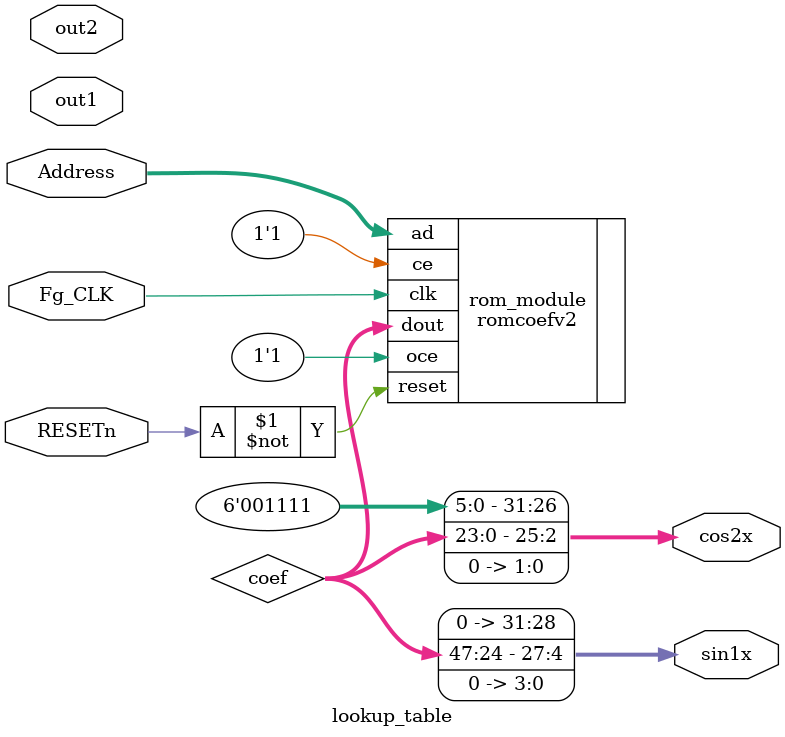
<source format=v>
module lookup_table(Fg_CLK, RESETn, Address, out1, out2, sin1x, cos2x);
    input Fg_CLK;
    input RESETn;
    input wire [10:0] Address;
    input out1;
    input out2;

    output [31:0] sin1x;
    output [31:0] cos2x;

    // wire [31:0] sin1x;
    // wire [31:0] cos2x;

    wire [47:0] coef;

    romcoefv2 rom_module(
        .dout(coef), //output [47:0] dout

        .clk(Fg_CLK), //input clk
        .oce(1'd1), //input oce
        .ce(1'd1), //input ce
        .reset(~RESETn), //input reset
        .ad(Address) //input [10:0] ad
    );
   

    assign sin1x = {4'b0000  , coef[47:24], 4'b0000};
    assign cos2x = {6'b001111, coef[23: 0], 2'b00  };


endmodule
</source>
